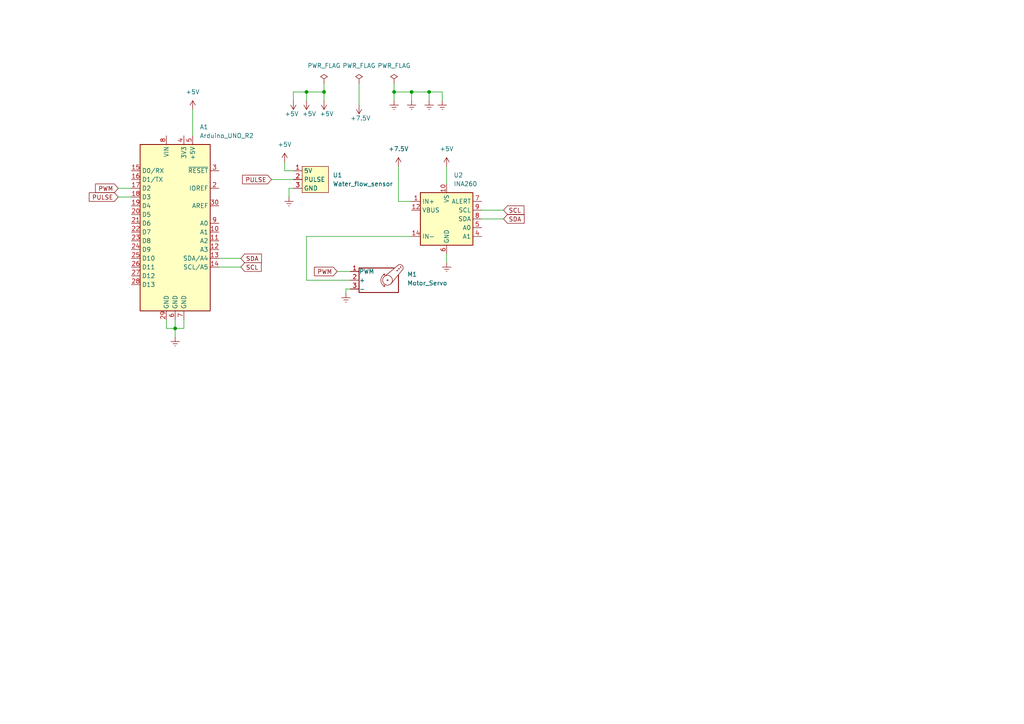
<source format=kicad_sch>
(kicad_sch (version 20211123) (generator eeschema)

  (uuid 23cb2ff3-1349-481a-83a6-eea3c860a2a1)

  (paper "A4")

  (title_block
    (title "PID Control")
    (date "2022-05-13")
    (rev "v1.1")
    (company "zhrzkn")
  )

  (lib_symbols
    (symbol "MCU_Module:Arduino_UNO_R2" (in_bom yes) (on_board yes)
      (property "Reference" "A" (id 0) (at -10.16 23.495 0)
        (effects (font (size 1.27 1.27)) (justify left bottom))
      )
      (property "Value" "Arduino_UNO_R2" (id 1) (at 5.08 -26.67 0)
        (effects (font (size 1.27 1.27)) (justify left top))
      )
      (property "Footprint" "Module:Arduino_UNO_R2" (id 2) (at 0 0 0)
        (effects (font (size 1.27 1.27) italic) hide)
      )
      (property "Datasheet" "https://www.arduino.cc/en/Main/arduinoBoardUno" (id 3) (at 0 0 0)
        (effects (font (size 1.27 1.27)) hide)
      )
      (property "ki_keywords" "Arduino UNO R3 Microcontroller Module Atmel AVR USB" (id 4) (at 0 0 0)
        (effects (font (size 1.27 1.27)) hide)
      )
      (property "ki_description" "Arduino UNO Microcontroller Module, release 2" (id 5) (at 0 0 0)
        (effects (font (size 1.27 1.27)) hide)
      )
      (property "ki_fp_filters" "Arduino*UNO*R2*" (id 6) (at 0 0 0)
        (effects (font (size 1.27 1.27)) hide)
      )
      (symbol "Arduino_UNO_R2_0_1"
        (rectangle (start -10.16 22.86) (end 10.16 -25.4)
          (stroke (width 0.254) (type default) (color 0 0 0 0))
          (fill (type background))
        )
      )
      (symbol "Arduino_UNO_R2_1_1"
        (pin no_connect line (at -10.16 -20.32 0) (length 2.54) hide
          (name "NC" (effects (font (size 1.27 1.27))))
          (number "1" (effects (font (size 1.27 1.27))))
        )
        (pin bidirectional line (at 12.7 -2.54 180) (length 2.54)
          (name "A1" (effects (font (size 1.27 1.27))))
          (number "10" (effects (font (size 1.27 1.27))))
        )
        (pin bidirectional line (at 12.7 -5.08 180) (length 2.54)
          (name "A2" (effects (font (size 1.27 1.27))))
          (number "11" (effects (font (size 1.27 1.27))))
        )
        (pin bidirectional line (at 12.7 -7.62 180) (length 2.54)
          (name "A3" (effects (font (size 1.27 1.27))))
          (number "12" (effects (font (size 1.27 1.27))))
        )
        (pin bidirectional line (at 12.7 -10.16 180) (length 2.54)
          (name "SDA/A4" (effects (font (size 1.27 1.27))))
          (number "13" (effects (font (size 1.27 1.27))))
        )
        (pin bidirectional line (at 12.7 -12.7 180) (length 2.54)
          (name "SCL/A5" (effects (font (size 1.27 1.27))))
          (number "14" (effects (font (size 1.27 1.27))))
        )
        (pin bidirectional line (at -12.7 15.24 0) (length 2.54)
          (name "D0/RX" (effects (font (size 1.27 1.27))))
          (number "15" (effects (font (size 1.27 1.27))))
        )
        (pin bidirectional line (at -12.7 12.7 0) (length 2.54)
          (name "D1/TX" (effects (font (size 1.27 1.27))))
          (number "16" (effects (font (size 1.27 1.27))))
        )
        (pin bidirectional line (at -12.7 10.16 0) (length 2.54)
          (name "D2" (effects (font (size 1.27 1.27))))
          (number "17" (effects (font (size 1.27 1.27))))
        )
        (pin bidirectional line (at -12.7 7.62 0) (length 2.54)
          (name "D3" (effects (font (size 1.27 1.27))))
          (number "18" (effects (font (size 1.27 1.27))))
        )
        (pin bidirectional line (at -12.7 5.08 0) (length 2.54)
          (name "D4" (effects (font (size 1.27 1.27))))
          (number "19" (effects (font (size 1.27 1.27))))
        )
        (pin output line (at 12.7 10.16 180) (length 2.54)
          (name "IOREF" (effects (font (size 1.27 1.27))))
          (number "2" (effects (font (size 1.27 1.27))))
        )
        (pin bidirectional line (at -12.7 2.54 0) (length 2.54)
          (name "D5" (effects (font (size 1.27 1.27))))
          (number "20" (effects (font (size 1.27 1.27))))
        )
        (pin bidirectional line (at -12.7 0 0) (length 2.54)
          (name "D6" (effects (font (size 1.27 1.27))))
          (number "21" (effects (font (size 1.27 1.27))))
        )
        (pin bidirectional line (at -12.7 -2.54 0) (length 2.54)
          (name "D7" (effects (font (size 1.27 1.27))))
          (number "22" (effects (font (size 1.27 1.27))))
        )
        (pin bidirectional line (at -12.7 -5.08 0) (length 2.54)
          (name "D8" (effects (font (size 1.27 1.27))))
          (number "23" (effects (font (size 1.27 1.27))))
        )
        (pin bidirectional line (at -12.7 -7.62 0) (length 2.54)
          (name "D9" (effects (font (size 1.27 1.27))))
          (number "24" (effects (font (size 1.27 1.27))))
        )
        (pin bidirectional line (at -12.7 -10.16 0) (length 2.54)
          (name "D10" (effects (font (size 1.27 1.27))))
          (number "25" (effects (font (size 1.27 1.27))))
        )
        (pin bidirectional line (at -12.7 -12.7 0) (length 2.54)
          (name "D11" (effects (font (size 1.27 1.27))))
          (number "26" (effects (font (size 1.27 1.27))))
        )
        (pin bidirectional line (at -12.7 -15.24 0) (length 2.54)
          (name "D12" (effects (font (size 1.27 1.27))))
          (number "27" (effects (font (size 1.27 1.27))))
        )
        (pin bidirectional line (at -12.7 -17.78 0) (length 2.54)
          (name "D13" (effects (font (size 1.27 1.27))))
          (number "28" (effects (font (size 1.27 1.27))))
        )
        (pin power_in line (at -2.54 -27.94 90) (length 2.54)
          (name "GND" (effects (font (size 1.27 1.27))))
          (number "29" (effects (font (size 1.27 1.27))))
        )
        (pin input line (at 12.7 15.24 180) (length 2.54)
          (name "~{RESET}" (effects (font (size 1.27 1.27))))
          (number "3" (effects (font (size 1.27 1.27))))
        )
        (pin input line (at 12.7 5.08 180) (length 2.54)
          (name "AREF" (effects (font (size 1.27 1.27))))
          (number "30" (effects (font (size 1.27 1.27))))
        )
        (pin power_out line (at 2.54 25.4 270) (length 2.54)
          (name "3V3" (effects (font (size 1.27 1.27))))
          (number "4" (effects (font (size 1.27 1.27))))
        )
        (pin power_out line (at 5.08 25.4 270) (length 2.54)
          (name "+5V" (effects (font (size 1.27 1.27))))
          (number "5" (effects (font (size 1.27 1.27))))
        )
        (pin power_in line (at 0 -27.94 90) (length 2.54)
          (name "GND" (effects (font (size 1.27 1.27))))
          (number "6" (effects (font (size 1.27 1.27))))
        )
        (pin power_in line (at 2.54 -27.94 90) (length 2.54)
          (name "GND" (effects (font (size 1.27 1.27))))
          (number "7" (effects (font (size 1.27 1.27))))
        )
        (pin power_in line (at -2.54 25.4 270) (length 2.54)
          (name "VIN" (effects (font (size 1.27 1.27))))
          (number "8" (effects (font (size 1.27 1.27))))
        )
        (pin bidirectional line (at 12.7 0 180) (length 2.54)
          (name "A0" (effects (font (size 1.27 1.27))))
          (number "9" (effects (font (size 1.27 1.27))))
        )
      )
    )
    (symbol "Motor:Motor_Servo" (pin_names (offset 0.0254)) (in_bom yes) (on_board yes)
      (property "Reference" "M" (id 0) (at -5.08 4.445 0)
        (effects (font (size 1.27 1.27)) (justify left))
      )
      (property "Value" "Motor_Servo" (id 1) (at -5.08 -4.064 0)
        (effects (font (size 1.27 1.27)) (justify left top))
      )
      (property "Footprint" "" (id 2) (at 0 -4.826 0)
        (effects (font (size 1.27 1.27)) hide)
      )
      (property "Datasheet" "http://forums.parallax.com/uploads/attachments/46831/74481.png" (id 3) (at 0 -4.826 0)
        (effects (font (size 1.27 1.27)) hide)
      )
      (property "ki_keywords" "Servo Motor" (id 4) (at 0 0 0)
        (effects (font (size 1.27 1.27)) hide)
      )
      (property "ki_description" "Servo Motor (Futaba, HiTec, JR connector)" (id 5) (at 0 0 0)
        (effects (font (size 1.27 1.27)) hide)
      )
      (property "ki_fp_filters" "PinHeader*P2.54mm*" (id 6) (at 0 0 0)
        (effects (font (size 1.27 1.27)) hide)
      )
      (symbol "Motor_Servo_0_1"
        (polyline
          (pts
            (xy 2.413 -1.778)
            (xy 2.032 -1.778)
          )
          (stroke (width 0) (type default) (color 0 0 0 0))
          (fill (type none))
        )
        (polyline
          (pts
            (xy 2.413 -1.778)
            (xy 2.286 -1.397)
          )
          (stroke (width 0) (type default) (color 0 0 0 0))
          (fill (type none))
        )
        (polyline
          (pts
            (xy 2.413 1.778)
            (xy 1.905 1.778)
          )
          (stroke (width 0) (type default) (color 0 0 0 0))
          (fill (type none))
        )
        (polyline
          (pts
            (xy 2.413 1.778)
            (xy 2.286 1.397)
          )
          (stroke (width 0) (type default) (color 0 0 0 0))
          (fill (type none))
        )
        (polyline
          (pts
            (xy 6.35 4.445)
            (xy 2.54 1.27)
          )
          (stroke (width 0) (type default) (color 0 0 0 0))
          (fill (type none))
        )
        (polyline
          (pts
            (xy 7.62 3.175)
            (xy 4.191 -1.016)
          )
          (stroke (width 0) (type default) (color 0 0 0 0))
          (fill (type none))
        )
        (polyline
          (pts
            (xy 5.08 3.556)
            (xy -5.08 3.556)
            (xy -5.08 -3.556)
            (xy 6.35 -3.556)
            (xy 6.35 1.524)
          )
          (stroke (width 0.254) (type default) (color 0 0 0 0))
          (fill (type none))
        )
        (arc (start 2.413 1.778) (mid 1.2406 0) (end 2.413 -1.778)
          (stroke (width 0) (type default) (color 0 0 0 0))
          (fill (type none))
        )
        (circle (center 3.175 0) (radius 0.1778)
          (stroke (width 0) (type default) (color 0 0 0 0))
          (fill (type none))
        )
        (circle (center 3.175 0) (radius 1.4224)
          (stroke (width 0) (type default) (color 0 0 0 0))
          (fill (type none))
        )
        (circle (center 5.969 2.794) (radius 0.127)
          (stroke (width 0) (type default) (color 0 0 0 0))
          (fill (type none))
        )
        (circle (center 6.477 3.302) (radius 0.127)
          (stroke (width 0) (type default) (color 0 0 0 0))
          (fill (type none))
        )
        (circle (center 6.985 3.81) (radius 0.127)
          (stroke (width 0) (type default) (color 0 0 0 0))
          (fill (type none))
        )
        (arc (start 7.62 3.175) (mid 7.4485 4.2735) (end 6.35 4.445)
          (stroke (width 0) (type default) (color 0 0 0 0))
          (fill (type none))
        )
      )
      (symbol "Motor_Servo_1_1"
        (pin passive line (at -7.62 2.54 0) (length 2.54)
          (name "PWM" (effects (font (size 1.27 1.27))))
          (number "1" (effects (font (size 1.27 1.27))))
        )
        (pin passive line (at -7.62 0 0) (length 2.54)
          (name "+" (effects (font (size 1.27 1.27))))
          (number "2" (effects (font (size 1.27 1.27))))
        )
        (pin passive line (at -7.62 -2.54 0) (length 2.54)
          (name "-" (effects (font (size 1.27 1.27))))
          (number "3" (effects (font (size 1.27 1.27))))
        )
      )
    )
    (symbol "Sensor:INA260" (in_bom yes) (on_board yes)
      (property "Reference" "U" (id 0) (at -6.35 8.89 0)
        (effects (font (size 1.27 1.27)))
      )
      (property "Value" "INA260" (id 1) (at 2.54 8.89 0)
        (effects (font (size 1.27 1.27)) (justify left))
      )
      (property "Footprint" "Package_SO:TSSOP-16_4.4x5mm_P0.65mm" (id 2) (at 0 -15.24 0)
        (effects (font (size 1.27 1.27)) hide)
      )
      (property "Datasheet" "http://www.ti.com/lit/ds/symlink/ina260.pdf" (id 3) (at 0 -2.54 0)
        (effects (font (size 1.27 1.27)) hide)
      )
      (property "ki_keywords" "Current/power/voltage monitor" (id 4) (at 0 0 0)
        (effects (font (size 1.27 1.27)) hide)
      )
      (property "ki_description" "Current/power/voltage monitor with Integrated 2mΩ Shunt Resistor, 2.7V - 5.5V, I2C, TSSOP-16" (id 5) (at 0 0 0)
        (effects (font (size 1.27 1.27)) hide)
      )
      (property "ki_fp_filters" "TSSOP*4.4x5mm*P0.65mm*" (id 6) (at 0 0 0)
        (effects (font (size 1.27 1.27)) hide)
      )
      (symbol "INA260_0_1"
        (rectangle (start -7.62 7.62) (end 7.62 -7.62)
          (stroke (width 0.254) (type default) (color 0 0 0 0))
          (fill (type background))
        )
      )
      (symbol "INA260_1_1"
        (pin passive line (at -10.16 5.08 0) (length 2.54)
          (name "IN+" (effects (font (size 1.27 1.27))))
          (number "1" (effects (font (size 1.27 1.27))))
        )
        (pin power_in line (at 0 10.16 270) (length 2.54)
          (name "VS" (effects (font (size 1.27 1.27))))
          (number "10" (effects (font (size 1.27 1.27))))
        )
        (pin passive line (at 0 -10.16 90) (length 2.54) hide
          (name "GND" (effects (font (size 1.27 1.27))))
          (number "11" (effects (font (size 1.27 1.27))))
        )
        (pin passive line (at -10.16 2.54 0) (length 2.54)
          (name "VBUS" (effects (font (size 1.27 1.27))))
          (number "12" (effects (font (size 1.27 1.27))))
        )
        (pin no_connect line (at 2.54 -7.62 90) (length 2.54) hide
          (name "NC" (effects (font (size 1.27 1.27))))
          (number "13" (effects (font (size 1.27 1.27))))
        )
        (pin passive line (at -10.16 -5.08 0) (length 2.54)
          (name "IN-" (effects (font (size 1.27 1.27))))
          (number "14" (effects (font (size 1.27 1.27))))
        )
        (pin passive line (at -10.16 -5.08 0) (length 2.54) hide
          (name "IN-" (effects (font (size 1.27 1.27))))
          (number "15" (effects (font (size 1.27 1.27))))
        )
        (pin passive line (at -10.16 -5.08 0) (length 2.54) hide
          (name "IN-" (effects (font (size 1.27 1.27))))
          (number "16" (effects (font (size 1.27 1.27))))
        )
        (pin passive line (at -10.16 5.08 0) (length 2.54) hide
          (name "IN+" (effects (font (size 1.27 1.27))))
          (number "2" (effects (font (size 1.27 1.27))))
        )
        (pin passive line (at -10.16 5.08 0) (length 2.54) hide
          (name "IN+" (effects (font (size 1.27 1.27))))
          (number "3" (effects (font (size 1.27 1.27))))
        )
        (pin input line (at 10.16 -5.08 180) (length 2.54)
          (name "A1" (effects (font (size 1.27 1.27))))
          (number "4" (effects (font (size 1.27 1.27))))
        )
        (pin input line (at 10.16 -2.54 180) (length 2.54)
          (name "A0" (effects (font (size 1.27 1.27))))
          (number "5" (effects (font (size 1.27 1.27))))
        )
        (pin power_in line (at 0 -10.16 90) (length 2.54)
          (name "GND" (effects (font (size 1.27 1.27))))
          (number "6" (effects (font (size 1.27 1.27))))
        )
        (pin open_collector line (at 10.16 5.08 180) (length 2.54)
          (name "ALERT" (effects (font (size 1.27 1.27))))
          (number "7" (effects (font (size 1.27 1.27))))
        )
        (pin bidirectional line (at 10.16 0 180) (length 2.54)
          (name "SDA" (effects (font (size 1.27 1.27))))
          (number "8" (effects (font (size 1.27 1.27))))
        )
        (pin input line (at 10.16 2.54 180) (length 2.54)
          (name "SCL" (effects (font (size 1.27 1.27))))
          (number "9" (effects (font (size 1.27 1.27))))
        )
      )
    )
    (symbol "extra_library:Water_flow_sensor" (in_bom yes) (on_board yes)
      (property "Reference" "U" (id 0) (at -1.27 1.27 0)
        (effects (font (size 1.27 1.27)))
      )
      (property "Value" "Water_flow_sensor" (id 1) (at 0 3.81 0)
        (effects (font (size 1.27 1.27)))
      )
      (property "Footprint" "" (id 2) (at 0 0 0)
        (effects (font (size 1.27 1.27)) hide)
      )
      (property "Datasheet" "" (id 3) (at 0 0 0)
        (effects (font (size 1.27 1.27)) hide)
      )
      (symbol "Water_flow_sensor_0_1"
        (rectangle (start 0 0) (end 7.62 -7.62)
          (stroke (width 0) (type default) (color 0 0 0 0))
          (fill (type background))
        )
      )
      (symbol "Water_flow_sensor_1_1"
        (pin input line (at -2.54 -1.27 0) (length 2.54)
          (name "5V" (effects (font (size 1.27 1.27))))
          (number "1" (effects (font (size 1.27 1.27))))
        )
        (pin input line (at -2.54 -3.81 0) (length 2.54)
          (name "PULSE" (effects (font (size 1.27 1.27))))
          (number "2" (effects (font (size 1.27 1.27))))
        )
        (pin input line (at -2.54 -6.35 0) (length 2.54)
          (name "GND" (effects (font (size 1.27 1.27))))
          (number "3" (effects (font (size 1.27 1.27))))
        )
      )
    )
    (symbol "power:+5V" (power) (pin_names (offset 0)) (in_bom yes) (on_board yes)
      (property "Reference" "#PWR" (id 0) (at 0 -3.81 0)
        (effects (font (size 1.27 1.27)) hide)
      )
      (property "Value" "+5V" (id 1) (at 0 3.556 0)
        (effects (font (size 1.27 1.27)))
      )
      (property "Footprint" "" (id 2) (at 0 0 0)
        (effects (font (size 1.27 1.27)) hide)
      )
      (property "Datasheet" "" (id 3) (at 0 0 0)
        (effects (font (size 1.27 1.27)) hide)
      )
      (property "ki_keywords" "power-flag" (id 4) (at 0 0 0)
        (effects (font (size 1.27 1.27)) hide)
      )
      (property "ki_description" "Power symbol creates a global label with name \"+5V\"" (id 5) (at 0 0 0)
        (effects (font (size 1.27 1.27)) hide)
      )
      (symbol "+5V_0_1"
        (polyline
          (pts
            (xy -0.762 1.27)
            (xy 0 2.54)
          )
          (stroke (width 0) (type default) (color 0 0 0 0))
          (fill (type none))
        )
        (polyline
          (pts
            (xy 0 0)
            (xy 0 2.54)
          )
          (stroke (width 0) (type default) (color 0 0 0 0))
          (fill (type none))
        )
        (polyline
          (pts
            (xy 0 2.54)
            (xy 0.762 1.27)
          )
          (stroke (width 0) (type default) (color 0 0 0 0))
          (fill (type none))
        )
      )
      (symbol "+5V_1_1"
        (pin power_in line (at 0 0 90) (length 0) hide
          (name "+5V" (effects (font (size 1.27 1.27))))
          (number "1" (effects (font (size 1.27 1.27))))
        )
      )
    )
    (symbol "power:+7.5V" (power) (pin_names (offset 0)) (in_bom yes) (on_board yes)
      (property "Reference" "#PWR" (id 0) (at 0 -3.81 0)
        (effects (font (size 1.27 1.27)) hide)
      )
      (property "Value" "+7.5V" (id 1) (at 0 3.556 0)
        (effects (font (size 1.27 1.27)))
      )
      (property "Footprint" "" (id 2) (at 0 0 0)
        (effects (font (size 1.27 1.27)) hide)
      )
      (property "Datasheet" "" (id 3) (at 0 0 0)
        (effects (font (size 1.27 1.27)) hide)
      )
      (property "ki_keywords" "power-flag" (id 4) (at 0 0 0)
        (effects (font (size 1.27 1.27)) hide)
      )
      (property "ki_description" "Power symbol creates a global label with name \"+7.5V\"" (id 5) (at 0 0 0)
        (effects (font (size 1.27 1.27)) hide)
      )
      (symbol "+7.5V_0_1"
        (polyline
          (pts
            (xy -0.762 1.27)
            (xy 0 2.54)
          )
          (stroke (width 0) (type default) (color 0 0 0 0))
          (fill (type none))
        )
        (polyline
          (pts
            (xy 0 0)
            (xy 0 2.54)
          )
          (stroke (width 0) (type default) (color 0 0 0 0))
          (fill (type none))
        )
        (polyline
          (pts
            (xy 0 2.54)
            (xy 0.762 1.27)
          )
          (stroke (width 0) (type default) (color 0 0 0 0))
          (fill (type none))
        )
      )
      (symbol "+7.5V_1_1"
        (pin power_in line (at 0 0 90) (length 0) hide
          (name "+7.5V" (effects (font (size 1.27 1.27))))
          (number "1" (effects (font (size 1.27 1.27))))
        )
      )
    )
    (symbol "power:Earth" (power) (pin_names (offset 0)) (in_bom yes) (on_board yes)
      (property "Reference" "#PWR" (id 0) (at 0 -6.35 0)
        (effects (font (size 1.27 1.27)) hide)
      )
      (property "Value" "Earth" (id 1) (at 0 -3.81 0)
        (effects (font (size 1.27 1.27)) hide)
      )
      (property "Footprint" "" (id 2) (at 0 0 0)
        (effects (font (size 1.27 1.27)) hide)
      )
      (property "Datasheet" "~" (id 3) (at 0 0 0)
        (effects (font (size 1.27 1.27)) hide)
      )
      (property "ki_keywords" "power-flag ground gnd" (id 4) (at 0 0 0)
        (effects (font (size 1.27 1.27)) hide)
      )
      (property "ki_description" "Power symbol creates a global label with name \"Earth\"" (id 5) (at 0 0 0)
        (effects (font (size 1.27 1.27)) hide)
      )
      (symbol "Earth_0_1"
        (polyline
          (pts
            (xy -0.635 -1.905)
            (xy 0.635 -1.905)
          )
          (stroke (width 0) (type default) (color 0 0 0 0))
          (fill (type none))
        )
        (polyline
          (pts
            (xy -0.127 -2.54)
            (xy 0.127 -2.54)
          )
          (stroke (width 0) (type default) (color 0 0 0 0))
          (fill (type none))
        )
        (polyline
          (pts
            (xy 0 -1.27)
            (xy 0 0)
          )
          (stroke (width 0) (type default) (color 0 0 0 0))
          (fill (type none))
        )
        (polyline
          (pts
            (xy 1.27 -1.27)
            (xy -1.27 -1.27)
          )
          (stroke (width 0) (type default) (color 0 0 0 0))
          (fill (type none))
        )
      )
      (symbol "Earth_1_1"
        (pin power_in line (at 0 0 270) (length 0) hide
          (name "Earth" (effects (font (size 1.27 1.27))))
          (number "1" (effects (font (size 1.27 1.27))))
        )
      )
    )
    (symbol "power:PWR_FLAG" (power) (pin_numbers hide) (pin_names (offset 0) hide) (in_bom yes) (on_board yes)
      (property "Reference" "#FLG" (id 0) (at 0 1.905 0)
        (effects (font (size 1.27 1.27)) hide)
      )
      (property "Value" "PWR_FLAG" (id 1) (at 0 3.81 0)
        (effects (font (size 1.27 1.27)))
      )
      (property "Footprint" "" (id 2) (at 0 0 0)
        (effects (font (size 1.27 1.27)) hide)
      )
      (property "Datasheet" "~" (id 3) (at 0 0 0)
        (effects (font (size 1.27 1.27)) hide)
      )
      (property "ki_keywords" "power-flag" (id 4) (at 0 0 0)
        (effects (font (size 1.27 1.27)) hide)
      )
      (property "ki_description" "Special symbol for telling ERC where power comes from" (id 5) (at 0 0 0)
        (effects (font (size 1.27 1.27)) hide)
      )
      (symbol "PWR_FLAG_0_0"
        (pin power_out line (at 0 0 90) (length 0)
          (name "pwr" (effects (font (size 1.27 1.27))))
          (number "1" (effects (font (size 1.27 1.27))))
        )
      )
      (symbol "PWR_FLAG_0_1"
        (polyline
          (pts
            (xy 0 0)
            (xy 0 1.27)
            (xy -1.016 1.905)
            (xy 0 2.54)
            (xy 1.016 1.905)
            (xy 0 1.27)
          )
          (stroke (width 0) (type default) (color 0 0 0 0))
          (fill (type none))
        )
      )
    )
  )


  (junction (at 93.98 26.67) (diameter 0) (color 0 0 0 0)
    (uuid 223bd3a7-4200-4ac0-a349-225e13030a22)
  )
  (junction (at 114.3 26.67) (diameter 0) (color 0 0 0 0)
    (uuid 2578541d-e513-4a03-a37e-968edfc4f975)
  )
  (junction (at 124.46 26.67) (diameter 0) (color 0 0 0 0)
    (uuid 754495b0-4c6f-42bc-ab82-6814a613925a)
  )
  (junction (at 119.38 26.67) (diameter 0) (color 0 0 0 0)
    (uuid 914ab874-6bf1-44de-88a7-65c200ed2393)
  )
  (junction (at 50.8 95.25) (diameter 0) (color 0 0 0 0)
    (uuid dfee898f-a99e-4090-a7a7-4459b3ce23d5)
  )
  (junction (at 88.9 26.67) (diameter 0) (color 0 0 0 0)
    (uuid e6ce42f5-9024-4ede-bcab-1bf54e41297b)
  )

  (wire (pts (xy 88.9 26.67) (xy 93.98 26.67))
    (stroke (width 0) (type default) (color 0 0 0 0))
    (uuid 0dabe65b-ba8f-4f34-93cd-c305d4c428e2)
  )
  (wire (pts (xy 82.55 46.99) (xy 82.55 49.53))
    (stroke (width 0) (type default) (color 0 0 0 0))
    (uuid 17391af4-b634-4471-b7a1-39108eddc284)
  )
  (wire (pts (xy 55.88 31.75) (xy 55.88 39.37))
    (stroke (width 0) (type default) (color 0 0 0 0))
    (uuid 1a4bf8c0-830a-46ee-94e5-27a8f802f8fa)
  )
  (wire (pts (xy 101.6 83.82) (xy 100.33 83.82))
    (stroke (width 0) (type default) (color 0 0 0 0))
    (uuid 275b9ebc-5720-4399-953b-6c082c2902c6)
  )
  (wire (pts (xy 114.3 26.67) (xy 114.3 29.21))
    (stroke (width 0) (type default) (color 0 0 0 0))
    (uuid 2a382aae-98cd-4799-9eab-a0f746ee2a91)
  )
  (wire (pts (xy 34.29 57.15) (xy 38.1 57.15))
    (stroke (width 0) (type default) (color 0 0 0 0))
    (uuid 2ca6ef72-99a2-454e-89e9-99d135bcc352)
  )
  (wire (pts (xy 139.7 63.5) (xy 146.05 63.5))
    (stroke (width 0) (type default) (color 0 0 0 0))
    (uuid 43eeba84-5b13-4365-839b-05a513a1df8e)
  )
  (wire (pts (xy 97.79 78.74) (xy 101.6 78.74))
    (stroke (width 0) (type default) (color 0 0 0 0))
    (uuid 45c7a080-5618-401a-b122-12bf984c88e5)
  )
  (wire (pts (xy 48.26 92.71) (xy 48.26 95.25))
    (stroke (width 0) (type default) (color 0 0 0 0))
    (uuid 45f506f2-be02-48c2-8bad-eef72168ba0d)
  )
  (wire (pts (xy 114.3 24.13) (xy 114.3 26.67))
    (stroke (width 0) (type default) (color 0 0 0 0))
    (uuid 545caa84-0320-4c0b-9ece-f92b8a101706)
  )
  (wire (pts (xy 48.26 95.25) (xy 50.8 95.25))
    (stroke (width 0) (type default) (color 0 0 0 0))
    (uuid 554bddf3-451a-4eb2-9fb0-7687e2f3c801)
  )
  (wire (pts (xy 63.5 77.47) (xy 69.85 77.47))
    (stroke (width 0) (type default) (color 0 0 0 0))
    (uuid 5a397460-efb9-446a-bc95-105afc177c4b)
  )
  (wire (pts (xy 78.74 52.07) (xy 85.09 52.07))
    (stroke (width 0) (type default) (color 0 0 0 0))
    (uuid 5f6f063c-ec62-470a-adff-d133dc2ba008)
  )
  (wire (pts (xy 93.98 24.13) (xy 93.98 26.67))
    (stroke (width 0) (type default) (color 0 0 0 0))
    (uuid 61620a41-8338-4701-8472-199411121938)
  )
  (wire (pts (xy 119.38 68.58) (xy 88.9 68.58))
    (stroke (width 0) (type default) (color 0 0 0 0))
    (uuid 64043ece-7bb1-4da4-b1ee-0a2c9fb69798)
  )
  (wire (pts (xy 50.8 95.25) (xy 50.8 97.79))
    (stroke (width 0) (type default) (color 0 0 0 0))
    (uuid 65c150d3-d032-44b8-8965-912bd7427cc0)
  )
  (wire (pts (xy 83.82 54.61) (xy 83.82 57.15))
    (stroke (width 0) (type default) (color 0 0 0 0))
    (uuid 66c2a3c7-a460-43a1-b7d3-9ea351c25dd3)
  )
  (wire (pts (xy 63.5 74.93) (xy 69.85 74.93))
    (stroke (width 0) (type default) (color 0 0 0 0))
    (uuid 671789f5-ab37-487e-adb4-88f45a774165)
  )
  (wire (pts (xy 119.38 29.21) (xy 119.38 26.67))
    (stroke (width 0) (type default) (color 0 0 0 0))
    (uuid 6cd567d6-f300-4435-893a-45ea6896c110)
  )
  (wire (pts (xy 85.09 26.67) (xy 88.9 26.67))
    (stroke (width 0) (type default) (color 0 0 0 0))
    (uuid 7a147f7a-c6b9-4e05-913f-7336c7bc9441)
  )
  (wire (pts (xy 124.46 26.67) (xy 128.27 26.67))
    (stroke (width 0) (type default) (color 0 0 0 0))
    (uuid 84bffbbd-204a-4ba9-a895-7d1d0c907127)
  )
  (wire (pts (xy 129.54 48.26) (xy 129.54 53.34))
    (stroke (width 0) (type default) (color 0 0 0 0))
    (uuid 9bd59bfd-ae11-48b6-bd84-52769682c9d3)
  )
  (wire (pts (xy 85.09 29.21) (xy 85.09 26.67))
    (stroke (width 0) (type default) (color 0 0 0 0))
    (uuid 9cf591bf-27f5-43fa-8539-c6020a1f9953)
  )
  (wire (pts (xy 50.8 92.71) (xy 50.8 95.25))
    (stroke (width 0) (type default) (color 0 0 0 0))
    (uuid a5592cb2-9f51-4367-a1e3-9d25ff18bb0a)
  )
  (wire (pts (xy 34.29 54.61) (xy 38.1 54.61))
    (stroke (width 0) (type default) (color 0 0 0 0))
    (uuid a7ddc81e-f63b-476f-ac81-73053a70ade2)
  )
  (wire (pts (xy 53.34 95.25) (xy 50.8 95.25))
    (stroke (width 0) (type default) (color 0 0 0 0))
    (uuid ab171300-44af-446c-b507-4833286a2081)
  )
  (wire (pts (xy 93.98 26.67) (xy 93.98 29.21))
    (stroke (width 0) (type default) (color 0 0 0 0))
    (uuid ad1232f1-7cf6-4e78-b63f-c35dc6d09fd0)
  )
  (wire (pts (xy 139.7 60.96) (xy 146.05 60.96))
    (stroke (width 0) (type default) (color 0 0 0 0))
    (uuid af7db8d1-133a-4403-bc4b-ee2bdd4dd34e)
  )
  (wire (pts (xy 53.34 92.71) (xy 53.34 95.25))
    (stroke (width 0) (type default) (color 0 0 0 0))
    (uuid b07b84ca-237d-42fd-8e15-1e5e9bd44fbc)
  )
  (wire (pts (xy 124.46 29.21) (xy 124.46 26.67))
    (stroke (width 0) (type default) (color 0 0 0 0))
    (uuid b08f9f49-3f52-44b5-86de-27dc49ea0d91)
  )
  (wire (pts (xy 115.57 48.26) (xy 115.57 58.42))
    (stroke (width 0) (type default) (color 0 0 0 0))
    (uuid b8705079-5a2d-4657-b561-9341426d9c97)
  )
  (wire (pts (xy 88.9 68.58) (xy 88.9 81.28))
    (stroke (width 0) (type default) (color 0 0 0 0))
    (uuid b9a4468e-368f-44a7-b5f4-be7ee0ebd9a1)
  )
  (wire (pts (xy 85.09 54.61) (xy 83.82 54.61))
    (stroke (width 0) (type default) (color 0 0 0 0))
    (uuid c534b919-3fd3-4b60-8f14-be0f37286874)
  )
  (wire (pts (xy 128.27 29.21) (xy 128.27 26.67))
    (stroke (width 0) (type default) (color 0 0 0 0))
    (uuid c66d98ab-c574-4d69-b91a-3adfbc0f6d9b)
  )
  (wire (pts (xy 88.9 81.28) (xy 101.6 81.28))
    (stroke (width 0) (type default) (color 0 0 0 0))
    (uuid c9197969-2a39-46dd-9003-8271e70962b6)
  )
  (wire (pts (xy 104.14 24.13) (xy 104.14 30.48))
    (stroke (width 0) (type default) (color 0 0 0 0))
    (uuid ca19c21a-1524-4387-b4d3-bef8b4801a5c)
  )
  (wire (pts (xy 100.33 83.82) (xy 100.33 85.09))
    (stroke (width 0) (type default) (color 0 0 0 0))
    (uuid d162f0aa-7825-4bb4-8006-849760ad18e9)
  )
  (wire (pts (xy 82.55 49.53) (xy 85.09 49.53))
    (stroke (width 0) (type default) (color 0 0 0 0))
    (uuid d1638603-b6bd-4fbd-8521-56115c2a06f8)
  )
  (wire (pts (xy 88.9 29.21) (xy 88.9 26.67))
    (stroke (width 0) (type default) (color 0 0 0 0))
    (uuid dd0e85cd-6ae9-46a1-b01d-14e5ddc25718)
  )
  (wire (pts (xy 119.38 26.67) (xy 114.3 26.67))
    (stroke (width 0) (type default) (color 0 0 0 0))
    (uuid dd341d3d-0c39-4ca0-9a77-9bc55ad2c9d4)
  )
  (wire (pts (xy 119.38 26.67) (xy 124.46 26.67))
    (stroke (width 0) (type default) (color 0 0 0 0))
    (uuid e6b6f1ae-9f2d-4f43-af01-694342b5ce50)
  )
  (wire (pts (xy 115.57 58.42) (xy 119.38 58.42))
    (stroke (width 0) (type default) (color 0 0 0 0))
    (uuid f23eaaa8-c183-4d9a-8cce-417e72633369)
  )
  (wire (pts (xy 129.54 73.66) (xy 129.54 76.2))
    (stroke (width 0) (type default) (color 0 0 0 0))
    (uuid fd6d4c90-22cb-412c-b31a-601210ad97c4)
  )

  (global_label "PULSE" (shape input) (at 34.29 57.15 180) (fields_autoplaced)
    (effects (font (size 1.27 1.27)) (justify right))
    (uuid 1aa7f6ef-eadb-4b33-9fa9-9007fc8fe566)
    (property "Intersheet References" "${INTERSHEET_REFS}" (id 0) (at 25.8898 57.0706 0)
      (effects (font (size 1.27 1.27)) (justify right) hide)
    )
  )
  (global_label "SDA" (shape input) (at 69.85 74.93 0) (fields_autoplaced)
    (effects (font (size 1.27 1.27)) (justify left))
    (uuid 1ba03fd7-22f9-4cfa-b0de-a035f5234f7c)
    (property "Intersheet References" "${INTERSHEET_REFS}" (id 0) (at 75.8312 74.8506 0)
      (effects (font (size 1.27 1.27)) (justify left) hide)
    )
  )
  (global_label "SCL" (shape input) (at 146.05 60.96 0) (fields_autoplaced)
    (effects (font (size 1.27 1.27)) (justify left))
    (uuid 1c88d336-76a1-4fd4-82c2-2cefe4b2fa90)
    (property "Intersheet References" "${INTERSHEET_REFS}" (id 0) (at 151.9707 60.8806 0)
      (effects (font (size 1.27 1.27)) (justify left) hide)
    )
  )
  (global_label "PWM" (shape input) (at 34.29 54.61 180) (fields_autoplaced)
    (effects (font (size 1.27 1.27)) (justify right))
    (uuid 79f99f1d-bc78-42ac-8614-274b1a631df8)
    (property "Intersheet References" "${INTERSHEET_REFS}" (id 0) (at 27.704 54.5306 0)
      (effects (font (size 1.27 1.27)) (justify right) hide)
    )
  )
  (global_label "SCL" (shape input) (at 69.85 77.47 0) (fields_autoplaced)
    (effects (font (size 1.27 1.27)) (justify left))
    (uuid ac3eabd9-712e-4ace-b3ef-6456e42d8ba7)
    (property "Intersheet References" "${INTERSHEET_REFS}" (id 0) (at 75.7707 77.3906 0)
      (effects (font (size 1.27 1.27)) (justify left) hide)
    )
  )
  (global_label "PULSE" (shape input) (at 78.74 52.07 180) (fields_autoplaced)
    (effects (font (size 1.27 1.27)) (justify right))
    (uuid b845a28b-2221-4618-b1ad-d7a467304000)
    (property "Intersheet References" "${INTERSHEET_REFS}" (id 0) (at 70.3398 51.9906 0)
      (effects (font (size 1.27 1.27)) (justify right) hide)
    )
  )
  (global_label "PWM" (shape input) (at 97.79 78.74 180) (fields_autoplaced)
    (effects (font (size 1.27 1.27)) (justify right))
    (uuid bef07ae9-3e2d-4516-a762-0f0a91cc563a)
    (property "Intersheet References" "${INTERSHEET_REFS}" (id 0) (at 91.204 78.6606 0)
      (effects (font (size 1.27 1.27)) (justify right) hide)
    )
  )
  (global_label "SDA" (shape input) (at 146.05 63.5 0) (fields_autoplaced)
    (effects (font (size 1.27 1.27)) (justify left))
    (uuid ce099e28-f12e-4a3d-9d61-89b6950269c6)
    (property "Intersheet References" "${INTERSHEET_REFS}" (id 0) (at 152.0312 63.4206 0)
      (effects (font (size 1.27 1.27)) (justify left) hide)
    )
  )

  (symbol (lib_id "power:Earth") (at 124.46 29.21 0) (unit 1)
    (in_bom yes) (on_board yes) (fields_autoplaced)
    (uuid 00752741-7c2d-40ea-8418-de15bd9e2153)
    (property "Reference" "#PWR013" (id 0) (at 124.46 35.56 0)
      (effects (font (size 1.27 1.27)) hide)
    )
    (property "Value" "Earth" (id 1) (at 124.46 33.02 0)
      (effects (font (size 1.27 1.27)) hide)
    )
    (property "Footprint" "" (id 2) (at 124.46 29.21 0)
      (effects (font (size 1.27 1.27)) hide)
    )
    (property "Datasheet" "~" (id 3) (at 124.46 29.21 0)
      (effects (font (size 1.27 1.27)) hide)
    )
    (pin "1" (uuid 70016f6f-2e06-4559-a9c3-4f0cc36cce72))
  )

  (symbol (lib_id "power:Earth") (at 128.27 29.21 0) (unit 1)
    (in_bom yes) (on_board yes) (fields_autoplaced)
    (uuid 05c1e4ec-3988-4517-8d61-f81f1e90ab17)
    (property "Reference" "#PWR014" (id 0) (at 128.27 35.56 0)
      (effects (font (size 1.27 1.27)) hide)
    )
    (property "Value" "Earth" (id 1) (at 128.27 33.02 0)
      (effects (font (size 1.27 1.27)) hide)
    )
    (property "Footprint" "" (id 2) (at 128.27 29.21 0)
      (effects (font (size 1.27 1.27)) hide)
    )
    (property "Datasheet" "~" (id 3) (at 128.27 29.21 0)
      (effects (font (size 1.27 1.27)) hide)
    )
    (pin "1" (uuid bc21d580-3fbf-4c11-97b9-96b49a88940a))
  )

  (symbol (lib_id "power:+7.5V") (at 115.57 48.26 0) (unit 1)
    (in_bom yes) (on_board yes) (fields_autoplaced)
    (uuid 07cc8e8a-d50f-481d-902d-b937f0fc7600)
    (property "Reference" "#PWR011" (id 0) (at 115.57 52.07 0)
      (effects (font (size 1.27 1.27)) hide)
    )
    (property "Value" "+7.5V" (id 1) (at 115.57 43.18 0))
    (property "Footprint" "" (id 2) (at 115.57 48.26 0)
      (effects (font (size 1.27 1.27)) hide)
    )
    (property "Datasheet" "" (id 3) (at 115.57 48.26 0)
      (effects (font (size 1.27 1.27)) hide)
    )
    (pin "1" (uuid 428da9f8-6efb-4f0f-b0cf-c94089dc6e47))
  )

  (symbol (lib_id "power:+5V") (at 82.55 46.99 0) (unit 1)
    (in_bom yes) (on_board yes) (fields_autoplaced)
    (uuid 0c73902a-8289-4c3d-abba-bc3e79d741eb)
    (property "Reference" "#PWR03" (id 0) (at 82.55 50.8 0)
      (effects (font (size 1.27 1.27)) hide)
    )
    (property "Value" "+5V" (id 1) (at 82.55 41.91 0))
    (property "Footprint" "" (id 2) (at 82.55 46.99 0)
      (effects (font (size 1.27 1.27)) hide)
    )
    (property "Datasheet" "" (id 3) (at 82.55 46.99 0)
      (effects (font (size 1.27 1.27)) hide)
    )
    (pin "1" (uuid 052ccede-1acc-4359-ae76-8bfb37e2f5bc))
  )

  (symbol (lib_id "extra_library:Water_flow_sensor") (at 87.63 48.26 0) (unit 1)
    (in_bom yes) (on_board yes) (fields_autoplaced)
    (uuid 13280bdb-bc6d-4cd7-a94b-3d2342b7fdd4)
    (property "Reference" "U1" (id 0) (at 96.52 50.7999 0)
      (effects (font (size 1.27 1.27)) (justify left))
    )
    (property "Value" "Water_flow_sensor" (id 1) (at 96.52 53.3399 0)
      (effects (font (size 1.27 1.27)) (justify left))
    )
    (property "Footprint" "Sensor_Current:Allegro_SIP-3" (id 2) (at 87.63 48.26 0)
      (effects (font (size 1.27 1.27)) hide)
    )
    (property "Datasheet" "" (id 3) (at 87.63 48.26 0)
      (effects (font (size 1.27 1.27)) hide)
    )
    (pin "1" (uuid f6825802-1426-471d-8b6c-d21a2eef2c74))
    (pin "2" (uuid 04bc33af-9d30-4c17-82aa-ec405cffe03b))
    (pin "3" (uuid 8eaf25d3-4960-402c-9123-2d706852fae0))
  )

  (symbol (lib_id "Sensor:INA260") (at 129.54 63.5 0) (unit 1)
    (in_bom yes) (on_board yes) (fields_autoplaced)
    (uuid 1522f920-54b2-4897-b309-374df509e264)
    (property "Reference" "U2" (id 0) (at 131.5594 50.8 0)
      (effects (font (size 1.27 1.27)) (justify left))
    )
    (property "Value" "INA260" (id 1) (at 131.5594 53.34 0)
      (effects (font (size 1.27 1.27)) (justify left))
    )
    (property "Footprint" "Package_SO:TSSOP-16_4.4x5mm_P0.65mm" (id 2) (at 129.54 78.74 0)
      (effects (font (size 1.27 1.27)) hide)
    )
    (property "Datasheet" "http://www.ti.com/lit/ds/symlink/ina260.pdf" (id 3) (at 129.54 66.04 0)
      (effects (font (size 1.27 1.27)) hide)
    )
    (pin "1" (uuid 479bdb49-1237-41b8-9c3b-2d39e0811879))
    (pin "10" (uuid aa7c7803-419c-49db-9b1e-c56402951d4f))
    (pin "11" (uuid 3a2e71bc-484c-4a67-bd4d-1f5c96012461))
    (pin "12" (uuid cdc646b2-d67d-4969-a26b-75c7da98b991))
    (pin "13" (uuid 74f03178-5e68-4e31-8d99-8b63e7518348))
    (pin "14" (uuid 55f5d565-cf91-44d5-80d1-05dbfe0c431e))
    (pin "15" (uuid db042232-321f-4ff0-9d41-928b1276f8c7))
    (pin "16" (uuid f309bb80-8959-44be-b40a-77414bfd5d8f))
    (pin "2" (uuid 379b9b64-3616-46bc-9f21-69ea686aa71a))
    (pin "3" (uuid 93e8a4ea-bc6c-4a26-8dae-56f28e7e220c))
    (pin "4" (uuid 8f1320a2-9fb2-435e-a8e6-83545baa7af1))
    (pin "5" (uuid ba30ae9b-4d97-42d0-b2ba-8b609409b152))
    (pin "6" (uuid 68580fab-a2fa-4a83-931c-3b3d83826efe))
    (pin "7" (uuid 7fb8045a-0a8d-44ec-aadb-3c41d1673fa2))
    (pin "8" (uuid 1f02c26e-81a6-4464-a92a-122d913e4f7f))
    (pin "9" (uuid b3f3f6c1-3d26-49a9-b5cd-a41862f0846b))
  )

  (symbol (lib_id "power:Earth") (at 129.54 76.2 0) (unit 1)
    (in_bom yes) (on_board yes) (fields_autoplaced)
    (uuid 22b80fd1-ca38-4a9a-9565-131e11007e2c)
    (property "Reference" "#PWR016" (id 0) (at 129.54 82.55 0)
      (effects (font (size 1.27 1.27)) hide)
    )
    (property "Value" "Earth" (id 1) (at 129.54 80.01 0)
      (effects (font (size 1.27 1.27)) hide)
    )
    (property "Footprint" "" (id 2) (at 129.54 76.2 0)
      (effects (font (size 1.27 1.27)) hide)
    )
    (property "Datasheet" "~" (id 3) (at 129.54 76.2 0)
      (effects (font (size 1.27 1.27)) hide)
    )
    (pin "1" (uuid cbe969db-ec8d-424d-a5bf-1f008e3622d4))
  )

  (symbol (lib_id "power:+5V") (at 88.9 29.21 180) (unit 1)
    (in_bom yes) (on_board yes)
    (uuid 24a12dd7-1dee-460d-af9b-b5450c00057c)
    (property "Reference" "#PWR06" (id 0) (at 88.9 25.4 0)
      (effects (font (size 1.27 1.27)) hide)
    )
    (property "Value" "+5V" (id 1) (at 87.63 33.02 0)
      (effects (font (size 1.27 1.27)) (justify right))
    )
    (property "Footprint" "" (id 2) (at 88.9 29.21 0)
      (effects (font (size 1.27 1.27)) hide)
    )
    (property "Datasheet" "" (id 3) (at 88.9 29.21 0)
      (effects (font (size 1.27 1.27)) hide)
    )
    (pin "1" (uuid fd44d59c-c724-482c-98aa-d16e55b9546f))
  )

  (symbol (lib_id "power:+7.5V") (at 104.14 30.48 180) (unit 1)
    (in_bom yes) (on_board yes)
    (uuid 28494b69-c434-4006-b15d-c64cd717a119)
    (property "Reference" "#PWR09" (id 0) (at 104.14 26.67 0)
      (effects (font (size 1.27 1.27)) hide)
    )
    (property "Value" "+7.5V" (id 1) (at 101.6 34.29 0)
      (effects (font (size 1.27 1.27)) (justify right))
    )
    (property "Footprint" "" (id 2) (at 104.14 30.48 0)
      (effects (font (size 1.27 1.27)) hide)
    )
    (property "Datasheet" "" (id 3) (at 104.14 30.48 0)
      (effects (font (size 1.27 1.27)) hide)
    )
    (pin "1" (uuid 7e408b8a-1865-4594-a3b4-7e469ef0865d))
  )

  (symbol (lib_id "power:Earth") (at 114.3 29.21 0) (unit 1)
    (in_bom yes) (on_board yes) (fields_autoplaced)
    (uuid 320367e0-3216-4c2d-9563-8755bc22ee98)
    (property "Reference" "#PWR010" (id 0) (at 114.3 35.56 0)
      (effects (font (size 1.27 1.27)) hide)
    )
    (property "Value" "Earth" (id 1) (at 114.3 33.02 0)
      (effects (font (size 1.27 1.27)) hide)
    )
    (property "Footprint" "" (id 2) (at 114.3 29.21 0)
      (effects (font (size 1.27 1.27)) hide)
    )
    (property "Datasheet" "~" (id 3) (at 114.3 29.21 0)
      (effects (font (size 1.27 1.27)) hide)
    )
    (pin "1" (uuid f4b850e9-9bc7-4c08-bf84-728f45e18cf1))
  )

  (symbol (lib_id "power:+5V") (at 93.98 29.21 180) (unit 1)
    (in_bom yes) (on_board yes)
    (uuid 6ffd09e1-d812-47cb-b287-69f98a6323b1)
    (property "Reference" "#PWR07" (id 0) (at 93.98 25.4 0)
      (effects (font (size 1.27 1.27)) hide)
    )
    (property "Value" "+5V" (id 1) (at 92.71 33.02 0)
      (effects (font (size 1.27 1.27)) (justify right))
    )
    (property "Footprint" "" (id 2) (at 93.98 29.21 0)
      (effects (font (size 1.27 1.27)) hide)
    )
    (property "Datasheet" "" (id 3) (at 93.98 29.21 0)
      (effects (font (size 1.27 1.27)) hide)
    )
    (pin "1" (uuid 17baf6b4-17bb-4715-b2d0-1909d95bdb06))
  )

  (symbol (lib_id "power:PWR_FLAG") (at 114.3 24.13 0) (unit 1)
    (in_bom yes) (on_board yes) (fields_autoplaced)
    (uuid 775e2e1f-d118-4d29-8f5d-f056365861e4)
    (property "Reference" "#FLG03" (id 0) (at 114.3 22.225 0)
      (effects (font (size 1.27 1.27)) hide)
    )
    (property "Value" "PWR_FLAG" (id 1) (at 114.3 19.05 0))
    (property "Footprint" "" (id 2) (at 114.3 24.13 0)
      (effects (font (size 1.27 1.27)) hide)
    )
    (property "Datasheet" "~" (id 3) (at 114.3 24.13 0)
      (effects (font (size 1.27 1.27)) hide)
    )
    (pin "1" (uuid b3aa7514-55ef-43c5-afc7-5d86404da231))
  )

  (symbol (lib_id "power:+5V") (at 129.54 48.26 0) (unit 1)
    (in_bom yes) (on_board yes) (fields_autoplaced)
    (uuid a208eadb-e69a-4f84-b841-4b159871fc25)
    (property "Reference" "#PWR015" (id 0) (at 129.54 52.07 0)
      (effects (font (size 1.27 1.27)) hide)
    )
    (property "Value" "+5V" (id 1) (at 129.54 43.18 0))
    (property "Footprint" "" (id 2) (at 129.54 48.26 0)
      (effects (font (size 1.27 1.27)) hide)
    )
    (property "Datasheet" "" (id 3) (at 129.54 48.26 0)
      (effects (font (size 1.27 1.27)) hide)
    )
    (pin "1" (uuid 8a52c0d5-dae2-437a-a49c-ed7ac9625261))
  )

  (symbol (lib_id "power:Earth") (at 100.33 85.09 0) (unit 1)
    (in_bom yes) (on_board yes) (fields_autoplaced)
    (uuid addfacbd-649b-42ea-958c-882cb7a63dd4)
    (property "Reference" "#PWR08" (id 0) (at 100.33 91.44 0)
      (effects (font (size 1.27 1.27)) hide)
    )
    (property "Value" "Earth" (id 1) (at 100.33 88.9 0)
      (effects (font (size 1.27 1.27)) hide)
    )
    (property "Footprint" "" (id 2) (at 100.33 85.09 0)
      (effects (font (size 1.27 1.27)) hide)
    )
    (property "Datasheet" "~" (id 3) (at 100.33 85.09 0)
      (effects (font (size 1.27 1.27)) hide)
    )
    (pin "1" (uuid 40eab296-9114-4fde-8a5c-af0832d72f30))
  )

  (symbol (lib_id "power:PWR_FLAG") (at 93.98 24.13 0) (unit 1)
    (in_bom yes) (on_board yes) (fields_autoplaced)
    (uuid af5474eb-2f60-40d7-a6de-e42bd23e1add)
    (property "Reference" "#FLG01" (id 0) (at 93.98 22.225 0)
      (effects (font (size 1.27 1.27)) hide)
    )
    (property "Value" "PWR_FLAG" (id 1) (at 93.98 19.05 0))
    (property "Footprint" "" (id 2) (at 93.98 24.13 0)
      (effects (font (size 1.27 1.27)) hide)
    )
    (property "Datasheet" "~" (id 3) (at 93.98 24.13 0)
      (effects (font (size 1.27 1.27)) hide)
    )
    (pin "1" (uuid bb39c633-ebb3-41dc-9b2b-993b343fa962))
  )

  (symbol (lib_id "power:+5V") (at 85.09 29.21 180) (unit 1)
    (in_bom yes) (on_board yes)
    (uuid b6cbc3ec-d098-4aba-84e9-250bfeaff297)
    (property "Reference" "#PWR05" (id 0) (at 85.09 25.4 0)
      (effects (font (size 1.27 1.27)) hide)
    )
    (property "Value" "+5V" (id 1) (at 82.55 33.02 0)
      (effects (font (size 1.27 1.27)) (justify right))
    )
    (property "Footprint" "" (id 2) (at 85.09 29.21 0)
      (effects (font (size 1.27 1.27)) hide)
    )
    (property "Datasheet" "" (id 3) (at 85.09 29.21 0)
      (effects (font (size 1.27 1.27)) hide)
    )
    (pin "1" (uuid c170aeff-c90e-48a3-bf3e-21a955fe359a))
  )

  (symbol (lib_id "power:+5V") (at 55.88 31.75 0) (unit 1)
    (in_bom yes) (on_board yes) (fields_autoplaced)
    (uuid b708795c-e5fc-4240-8227-6572b75927e5)
    (property "Reference" "#PWR02" (id 0) (at 55.88 35.56 0)
      (effects (font (size 1.27 1.27)) hide)
    )
    (property "Value" "+5V" (id 1) (at 55.88 26.67 0))
    (property "Footprint" "" (id 2) (at 55.88 31.75 0)
      (effects (font (size 1.27 1.27)) hide)
    )
    (property "Datasheet" "" (id 3) (at 55.88 31.75 0)
      (effects (font (size 1.27 1.27)) hide)
    )
    (pin "1" (uuid b305a5d4-42d3-4aef-9ad4-84ea6c1d47f2))
  )

  (symbol (lib_id "power:PWR_FLAG") (at 104.14 24.13 0) (unit 1)
    (in_bom yes) (on_board yes) (fields_autoplaced)
    (uuid b9a835a4-2f76-490a-a94a-f16aaf0b75e0)
    (property "Reference" "#FLG02" (id 0) (at 104.14 22.225 0)
      (effects (font (size 1.27 1.27)) hide)
    )
    (property "Value" "PWR_FLAG" (id 1) (at 104.14 19.05 0))
    (property "Footprint" "" (id 2) (at 104.14 24.13 0)
      (effects (font (size 1.27 1.27)) hide)
    )
    (property "Datasheet" "~" (id 3) (at 104.14 24.13 0)
      (effects (font (size 1.27 1.27)) hide)
    )
    (pin "1" (uuid 428f5a04-0b59-490d-a69f-affb9b8aec8f))
  )

  (symbol (lib_id "Motor:Motor_Servo") (at 109.22 81.28 0) (unit 1)
    (in_bom yes) (on_board yes) (fields_autoplaced)
    (uuid c7e3d3ef-a405-42a3-9280-a87e7be922f2)
    (property "Reference" "M1" (id 0) (at 118.11 79.5765 0)
      (effects (font (size 1.27 1.27)) (justify left))
    )
    (property "Value" "Motor_Servo" (id 1) (at 118.11 82.1165 0)
      (effects (font (size 1.27 1.27)) (justify left))
    )
    (property "Footprint" "Sensor_Current:Allegro_SIP-3" (id 2) (at 109.22 86.106 0)
      (effects (font (size 1.27 1.27)) hide)
    )
    (property "Datasheet" "http://forums.parallax.com/uploads/attachments/46831/74481.png" (id 3) (at 109.22 86.106 0)
      (effects (font (size 1.27 1.27)) hide)
    )
    (pin "1" (uuid 49872dbd-a999-4a52-8d37-2fd45454ffc2))
    (pin "2" (uuid aa47df05-f876-4f6b-8f28-e7322a514b61))
    (pin "3" (uuid 7ca23645-05c7-417b-a703-c5de963df759))
  )

  (symbol (lib_id "power:Earth") (at 119.38 29.21 0) (unit 1)
    (in_bom yes) (on_board yes) (fields_autoplaced)
    (uuid cf1fcce1-f1fc-4c16-ba6f-2e6e6c71d1ee)
    (property "Reference" "#PWR012" (id 0) (at 119.38 35.56 0)
      (effects (font (size 1.27 1.27)) hide)
    )
    (property "Value" "Earth" (id 1) (at 119.38 33.02 0)
      (effects (font (size 1.27 1.27)) hide)
    )
    (property "Footprint" "" (id 2) (at 119.38 29.21 0)
      (effects (font (size 1.27 1.27)) hide)
    )
    (property "Datasheet" "~" (id 3) (at 119.38 29.21 0)
      (effects (font (size 1.27 1.27)) hide)
    )
    (pin "1" (uuid b245fa62-cb7e-4294-b4b8-65e1a7df39af))
  )

  (symbol (lib_id "MCU_Module:Arduino_UNO_R2") (at 50.8 64.77 0) (unit 1)
    (in_bom yes) (on_board yes) (fields_autoplaced)
    (uuid d738942e-0f0c-4383-affe-84211088e047)
    (property "Reference" "A1" (id 0) (at 57.8994 36.83 0)
      (effects (font (size 1.27 1.27)) (justify left))
    )
    (property "Value" "Arduino_UNO_R2" (id 1) (at 57.8994 39.37 0)
      (effects (font (size 1.27 1.27)) (justify left))
    )
    (property "Footprint" "Module:Arduino_UNO_R2" (id 2) (at 50.8 64.77 0)
      (effects (font (size 1.27 1.27) italic) hide)
    )
    (property "Datasheet" "https://www.arduino.cc/en/Main/arduinoBoardUno" (id 3) (at 50.8 64.77 0)
      (effects (font (size 1.27 1.27)) hide)
    )
    (pin "1" (uuid 64a82230-b598-4ad1-a6f8-3d7be4432c0a))
    (pin "10" (uuid b05bf5cf-ec10-47ee-8759-c77fa132cda7))
    (pin "11" (uuid 37f2220d-ed13-41ed-95ce-9fa2dc69d05c))
    (pin "12" (uuid bea663f7-8cb1-4086-ae18-9ad14a6d39f3))
    (pin "13" (uuid 32781b42-9789-41ae-8efe-23bd4293cd39))
    (pin "14" (uuid 3565005b-1e72-42a4-a717-9ac8141e63c1))
    (pin "15" (uuid 548256cf-7e4f-4112-944b-e4817ff94742))
    (pin "16" (uuid 5c10b99e-c03e-4da5-b834-6699325673db))
    (pin "17" (uuid fe099d0d-0bb0-4cc3-81c4-4f9b22826533))
    (pin "18" (uuid 6d7a6b46-38f0-4034-9ba6-d604669e007a))
    (pin "19" (uuid f70f2393-fae0-4272-938a-038e4887e965))
    (pin "2" (uuid 698e92b4-8a5a-40a3-a05c-3d808f9c81ed))
    (pin "20" (uuid 3f8093e3-6198-4c34-8763-3ae7625d9328))
    (pin "21" (uuid f26c3ad5-e347-43e7-979d-9aa7b07988f7))
    (pin "22" (uuid 15ab57a4-921e-4695-9cb8-91e379cc8e22))
    (pin "23" (uuid 36aef660-995a-4f03-8fc0-00d576c7e6ed))
    (pin "24" (uuid 3f772cbc-e901-443b-96ee-facc9b190751))
    (pin "25" (uuid 682639be-8fc4-4bdb-89fa-1007f9dd7831))
    (pin "26" (uuid 20a16e67-5309-4bc2-910e-67ef86f74878))
    (pin "27" (uuid 48071024-5c7c-4940-b227-a15f1033ce17))
    (pin "28" (uuid fb04a5e4-d311-4a67-82fa-b001a1e314df))
    (pin "29" (uuid 0baea115-85b5-482c-8a5d-f399a52849c7))
    (pin "3" (uuid da4d0c96-aec2-4c8a-b5cb-1ea2bbd394a6))
    (pin "30" (uuid cf8958e4-f37d-4f23-84a9-41a9516672a7))
    (pin "4" (uuid 627cac43-9160-4480-8fb9-2238ac4c3622))
    (pin "5" (uuid 6ac21ce5-d7a5-49fa-8582-65263d751658))
    (pin "6" (uuid 478abc52-7819-41b6-9a7d-913949684f30))
    (pin "7" (uuid b09df94f-4f83-48d3-9464-97e75203dac5))
    (pin "8" (uuid 5c2f827a-5612-43e2-b857-aa1701020a35))
    (pin "9" (uuid 2b0865c1-18e2-40a8-b243-2df121e56760))
  )

  (symbol (lib_id "power:Earth") (at 50.8 97.79 0) (unit 1)
    (in_bom yes) (on_board yes) (fields_autoplaced)
    (uuid d976b4a0-c63f-4517-a131-1eed0c58c325)
    (property "Reference" "#PWR01" (id 0) (at 50.8 104.14 0)
      (effects (font (size 1.27 1.27)) hide)
    )
    (property "Value" "Earth" (id 1) (at 50.8 101.6 0)
      (effects (font (size 1.27 1.27)) hide)
    )
    (property "Footprint" "" (id 2) (at 50.8 97.79 0)
      (effects (font (size 1.27 1.27)) hide)
    )
    (property "Datasheet" "~" (id 3) (at 50.8 97.79 0)
      (effects (font (size 1.27 1.27)) hide)
    )
    (pin "1" (uuid f4675815-aa11-4b81-a1af-e6513049b26d))
  )

  (symbol (lib_id "power:Earth") (at 83.82 57.15 0) (unit 1)
    (in_bom yes) (on_board yes) (fields_autoplaced)
    (uuid f3bd7abf-5518-450f-8dcd-0a53666afdcd)
    (property "Reference" "#PWR04" (id 0) (at 83.82 63.5 0)
      (effects (font (size 1.27 1.27)) hide)
    )
    (property "Value" "Earth" (id 1) (at 83.82 60.96 0)
      (effects (font (size 1.27 1.27)) hide)
    )
    (property "Footprint" "" (id 2) (at 83.82 57.15 0)
      (effects (font (size 1.27 1.27)) hide)
    )
    (property "Datasheet" "~" (id 3) (at 83.82 57.15 0)
      (effects (font (size 1.27 1.27)) hide)
    )
    (pin "1" (uuid af383abf-4150-4165-b845-ad7ff90f45d2))
  )

  (sheet_instances
    (path "/" (page "1"))
  )

  (symbol_instances
    (path "/af5474eb-2f60-40d7-a6de-e42bd23e1add"
      (reference "#FLG01") (unit 1) (value "PWR_FLAG") (footprint "")
    )
    (path "/b9a835a4-2f76-490a-a94a-f16aaf0b75e0"
      (reference "#FLG02") (unit 1) (value "PWR_FLAG") (footprint "")
    )
    (path "/775e2e1f-d118-4d29-8f5d-f056365861e4"
      (reference "#FLG03") (unit 1) (value "PWR_FLAG") (footprint "")
    )
    (path "/d976b4a0-c63f-4517-a131-1eed0c58c325"
      (reference "#PWR01") (unit 1) (value "Earth") (footprint "")
    )
    (path "/b708795c-e5fc-4240-8227-6572b75927e5"
      (reference "#PWR02") (unit 1) (value "+5V") (footprint "")
    )
    (path "/0c73902a-8289-4c3d-abba-bc3e79d741eb"
      (reference "#PWR03") (unit 1) (value "+5V") (footprint "")
    )
    (path "/f3bd7abf-5518-450f-8dcd-0a53666afdcd"
      (reference "#PWR04") (unit 1) (value "Earth") (footprint "")
    )
    (path "/b6cbc3ec-d098-4aba-84e9-250bfeaff297"
      (reference "#PWR05") (unit 1) (value "+5V") (footprint "")
    )
    (path "/24a12dd7-1dee-460d-af9b-b5450c00057c"
      (reference "#PWR06") (unit 1) (value "+5V") (footprint "")
    )
    (path "/6ffd09e1-d812-47cb-b287-69f98a6323b1"
      (reference "#PWR07") (unit 1) (value "+5V") (footprint "")
    )
    (path "/addfacbd-649b-42ea-958c-882cb7a63dd4"
      (reference "#PWR08") (unit 1) (value "Earth") (footprint "")
    )
    (path "/28494b69-c434-4006-b15d-c64cd717a119"
      (reference "#PWR09") (unit 1) (value "+7.5V") (footprint "")
    )
    (path "/320367e0-3216-4c2d-9563-8755bc22ee98"
      (reference "#PWR010") (unit 1) (value "Earth") (footprint "")
    )
    (path "/07cc8e8a-d50f-481d-902d-b937f0fc7600"
      (reference "#PWR011") (unit 1) (value "+7.5V") (footprint "")
    )
    (path "/cf1fcce1-f1fc-4c16-ba6f-2e6e6c71d1ee"
      (reference "#PWR012") (unit 1) (value "Earth") (footprint "")
    )
    (path "/00752741-7c2d-40ea-8418-de15bd9e2153"
      (reference "#PWR013") (unit 1) (value "Earth") (footprint "")
    )
    (path "/05c1e4ec-3988-4517-8d61-f81f1e90ab17"
      (reference "#PWR014") (unit 1) (value "Earth") (footprint "")
    )
    (path "/a208eadb-e69a-4f84-b841-4b159871fc25"
      (reference "#PWR015") (unit 1) (value "+5V") (footprint "")
    )
    (path "/22b80fd1-ca38-4a9a-9565-131e11007e2c"
      (reference "#PWR016") (unit 1) (value "Earth") (footprint "")
    )
    (path "/d738942e-0f0c-4383-affe-84211088e047"
      (reference "A1") (unit 1) (value "Arduino_UNO_R2") (footprint "Module:Arduino_UNO_R2")
    )
    (path "/c7e3d3ef-a405-42a3-9280-a87e7be922f2"
      (reference "M1") (unit 1) (value "Motor_Servo") (footprint "Sensor_Current:Allegro_SIP-3")
    )
    (path "/13280bdb-bc6d-4cd7-a94b-3d2342b7fdd4"
      (reference "U1") (unit 1) (value "Water_flow_sensor") (footprint "Sensor_Current:Allegro_SIP-3")
    )
    (path "/1522f920-54b2-4897-b309-374df509e264"
      (reference "U2") (unit 1) (value "INA260") (footprint "Package_SO:TSSOP-16_4.4x5mm_P0.65mm")
    )
  )
)

</source>
